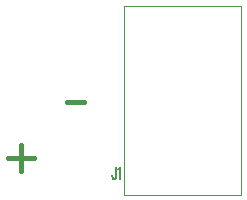
<source format=gto>
G04 DipTrace 4.2.0.0*
G04 opto board.gto*
%MOMM*%
G04 #@! TF.FileFunction,Legend,Top*
G04 #@! TF.Part,Single*
%ADD10C,0.12*%
%ADD44C,0.15686*%
%ADD45C,0.39216*%
%FSLAX35Y35*%
G04*
G71*
G90*
G75*
G01*
G04 TopSilk*
%LPD*%
X1600000Y-1500000D2*
D10*
X2590000D1*
Y100000D1*
X1600000D1*
Y-1500000D1*
X728827Y-1079541D2*
D45*
Y-1298260D1*
X619608Y-1189041D2*
X838327D1*
X1119608Y-713900D2*
X1259992D1*
X1531242Y-1267834D2*
D44*
Y-1345551D1*
X1528345Y-1360151D1*
X1525380Y-1364980D1*
X1519585Y-1369922D1*
X1513722D1*
X1507927Y-1364980D1*
X1505030Y-1360151D1*
X1502065Y-1345551D1*
Y-1335893D1*
X1550066Y-1287376D2*
X1555928Y-1282434D1*
X1564688Y-1267946D1*
Y-1369922D1*
M02*

</source>
